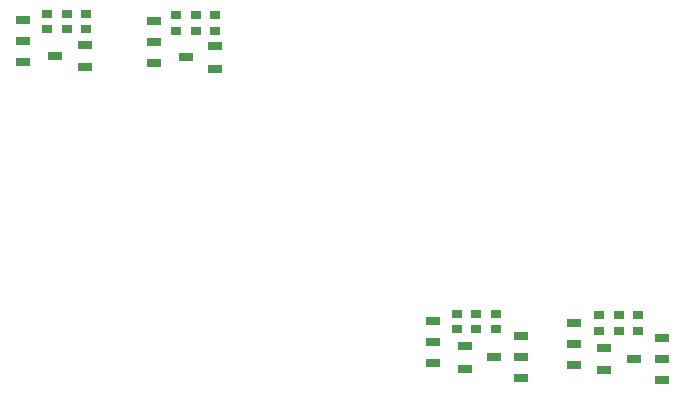
<source format=gbp>
G04 ---------------------------- Layer name :BOTTOM PASTER LAYER*
G04 EasyEDA v5.8.22, Wed, 05 Dec 2018 03:51:52 GMT*
G04 5ecc0feef65b44bfa0a9ec5bdeff4b52*
G04 Gerber Generator version 0.2*
G04 Scale: 100 percent, Rotated: No, Reflected: No *
G04 Dimensions in millimeters *
G04 leading zeros omitted , absolute positions ,3 integer and 3 decimal *
%FSLAX33Y33*%
%MOMM*%
G90*
G71D02*

%ADD27R,1.250010X0.699999*%
%ADD35R,0.899160X0.701040*%
%ADD42R,1.198880X0.800100*%

%LPD*%
G54D35*
G01X41656Y38925D03*
G01X41656Y40246D03*
G01X43309Y40244D03*
G01X43309Y38923D03*
G01X44958Y40246D03*
G01X44958Y38925D03*
G54D27*
G01X42314Y36663D03*
G01X44813Y35713D03*
G01X44813Y37613D03*
G54D42*
G01X39625Y39712D03*
G01X39625Y37934D03*
G01X39625Y36156D03*
G54D35*
G01X55880Y40119D03*
G01X55880Y38798D03*
G01X52578Y38798D03*
G01X52578Y40119D03*
G01X54229Y40119D03*
G01X54229Y38798D03*
G54D27*
G01X53363Y36536D03*
G01X55862Y35586D03*
G01X55862Y37486D03*
G54D42*
G01X50676Y39584D03*
G01X50676Y37806D03*
G01X50676Y36028D03*
G01X86233Y14058D03*
G01X86233Y12280D03*
G01X86233Y10502D03*
G54D27*
G01X91293Y11009D03*
G01X88794Y11959D03*
G01X88794Y10059D03*
G54D35*
G01X91693Y14719D03*
G01X91693Y13398D03*
G01X88393Y14717D03*
G01X88393Y13396D03*
G54D42*
G01X93728Y12787D03*
G01X93728Y11009D03*
G01X93728Y9231D03*
G54D35*
G01X90044Y14717D03*
G01X90044Y13396D03*
G54D42*
G01X74297Y14184D03*
G01X74297Y12406D03*
G01X74297Y10628D03*
G54D27*
G01X79480Y11138D03*
G01X76981Y12088D03*
G01X76981Y10188D03*
G54D35*
G01X79628Y14846D03*
G01X79628Y13525D03*
G01X76326Y14846D03*
G01X76326Y13525D03*
G01X77977Y14846D03*
G01X77977Y13525D03*
G54D42*
G01X81788Y12915D03*
G01X81788Y11137D03*
G01X81788Y9359D03*
M00*
M02*

</source>
